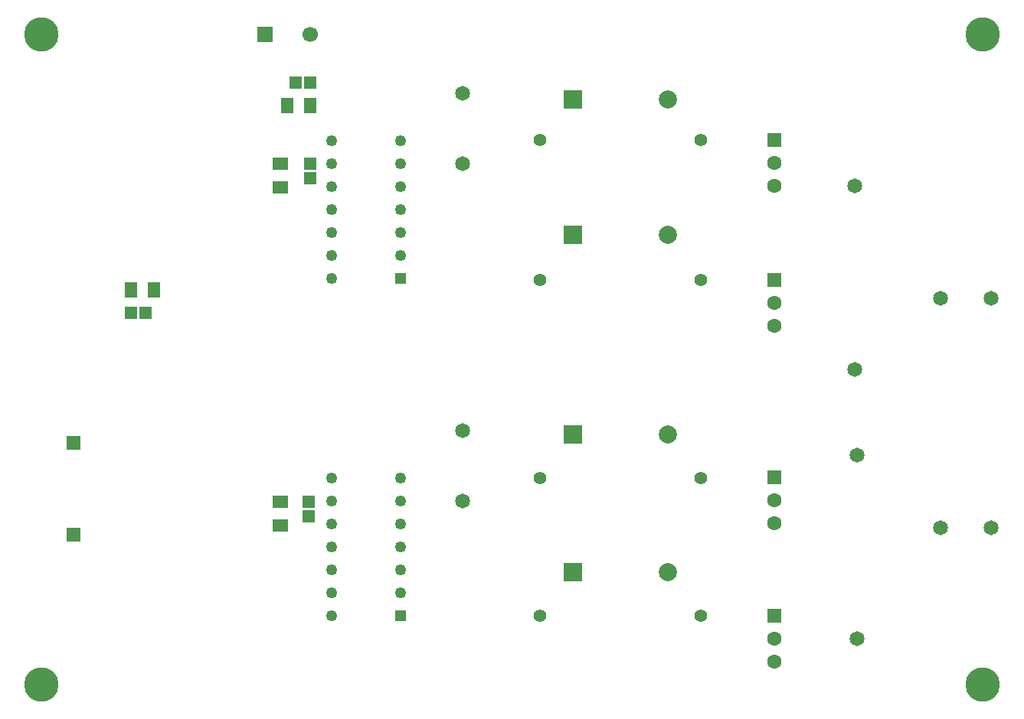
<source format=gbr>
%TF.GenerationSoftware,Altium Limited,Altium Designer,20.0.13 (296)*%
G04 Layer_Color=255*
%FSLAX26Y26*%
%MOIN*%
%TF.FileFunction,Pads,Bot*%
%TF.Part,Single*%
G01*
G75*
%TA.AperFunction,SMDPad,CuDef*%
%ADD15R,0.057087X0.053150*%
%TA.AperFunction,ViaPad*%
%ADD20C,0.150000*%
%TA.AperFunction,ComponentPad*%
%ADD21R,0.059055X0.059055*%
%ADD22R,0.066929X0.066929*%
%ADD23C,0.066929*%
%ADD24C,0.064961*%
%ADD25C,0.078740*%
%ADD26R,0.078740X0.078740*%
%ADD27R,0.059055X0.059055*%
%ADD28R,0.062992X0.062992*%
%ADD29C,0.062992*%
%ADD30C,0.055118*%
%ADD31C,0.049213*%
%ADD32R,0.049213X0.049213*%
%TA.AperFunction,SMDPad,CuDef*%
%ADD34R,0.070866X0.055118*%
%ADD35R,0.055118X0.070866*%
%ADD36R,0.053150X0.057087*%
D15*
X3570276Y3427520D02*
D03*
Y3492480D02*
D03*
X3565276Y2017480D02*
D03*
Y1952520D02*
D03*
D20*
X6496063Y4055118D02*
D03*
Y1220472D02*
D03*
X2401575Y4055118D02*
D03*
Y1220472D02*
D03*
D21*
X2539370Y1874016D02*
D03*
D22*
X3374016Y4055118D02*
D03*
D23*
X3570866D02*
D03*
D24*
X6535433Y1905000D02*
D03*
Y2905000D02*
D03*
X6315000D02*
D03*
Y1905000D02*
D03*
X4232283Y3491457D02*
D03*
Y3798543D02*
D03*
X5940000Y2595000D02*
D03*
Y3395000D02*
D03*
X5950000Y2220000D02*
D03*
Y1420000D02*
D03*
X4232283Y2328543D02*
D03*
Y2021457D02*
D03*
D25*
X5127165Y3180000D02*
D03*
Y2310000D02*
D03*
Y1710000D02*
D03*
Y3770000D02*
D03*
D26*
X4715354Y3180000D02*
D03*
Y2310000D02*
D03*
Y1710000D02*
D03*
Y3770000D02*
D03*
D27*
X2540276Y2275000D02*
D03*
D28*
X5590551Y3595000D02*
D03*
Y2125000D02*
D03*
Y2985000D02*
D03*
Y1520000D02*
D03*
D29*
Y3495000D02*
D03*
Y3395000D02*
D03*
Y1925000D02*
D03*
Y2025000D02*
D03*
Y2785000D02*
D03*
Y2885000D02*
D03*
Y1320000D02*
D03*
Y1420000D02*
D03*
D30*
X5271260Y2985000D02*
D03*
X4571260D02*
D03*
X5271260Y2120000D02*
D03*
X4571260D02*
D03*
X5271260Y1520000D02*
D03*
X4571260D02*
D03*
Y3595000D02*
D03*
X5271260D02*
D03*
D31*
X3665276Y2990000D02*
D03*
Y3090000D02*
D03*
Y3190000D02*
D03*
Y3290000D02*
D03*
Y3390000D02*
D03*
Y3490000D02*
D03*
Y3590000D02*
D03*
X3965276D02*
D03*
Y3490000D02*
D03*
Y3390000D02*
D03*
Y3290000D02*
D03*
Y3190000D02*
D03*
Y3090000D02*
D03*
Y1620000D02*
D03*
Y1720000D02*
D03*
Y1820000D02*
D03*
Y1920000D02*
D03*
Y2020000D02*
D03*
Y2120000D02*
D03*
X3665276D02*
D03*
Y2020000D02*
D03*
Y1920000D02*
D03*
Y1820000D02*
D03*
Y1720000D02*
D03*
Y1620000D02*
D03*
Y1520000D02*
D03*
D32*
X3965276Y2990000D02*
D03*
Y1520000D02*
D03*
D34*
X3440276Y3491181D02*
D03*
Y3388819D02*
D03*
Y1913819D02*
D03*
Y2016181D02*
D03*
D35*
X3469685Y3743189D02*
D03*
X3572047D02*
D03*
X2891457Y2940000D02*
D03*
X2789095D02*
D03*
D36*
X3506890Y3842520D02*
D03*
X3571850D02*
D03*
X2790315Y2840000D02*
D03*
X2855276D02*
D03*
%TF.MD5,6d0e3b51b726f12cf7df46e2f55c296b*%
M02*

</source>
